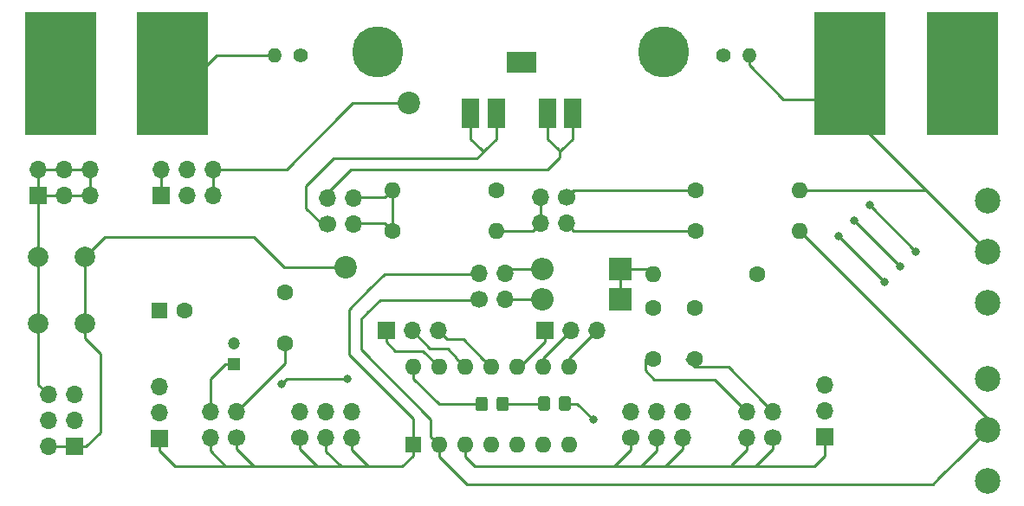
<source format=gbr>
G04 #@! TF.GenerationSoftware,KiCad,Pcbnew,(5.0.0)*
G04 #@! TF.CreationDate,2019-02-22T15:53:22+00:00*
G04 #@! TF.ProjectId,Digisynth,4469676973796E74682E6B696361645F,rev?*
G04 #@! TF.SameCoordinates,Original*
G04 #@! TF.FileFunction,Copper,L1,Top,Signal*
G04 #@! TF.FilePolarity,Positive*
%FSLAX46Y46*%
G04 Gerber Fmt 4.6, Leading zero omitted, Abs format (unit mm)*
G04 Created by KiCad (PCBNEW (5.0.0)) date 02/22/19 15:53:22*
%MOMM*%
%LPD*%
G01*
G04 APERTURE LIST*
G04 #@! TA.AperFunction,ComponentPad*
%ADD10R,1.800000X3.000000*%
G04 #@! TD*
G04 #@! TA.AperFunction,ComponentPad*
%ADD11R,3.000000X2.000000*%
G04 #@! TD*
G04 #@! TA.AperFunction,ComponentPad*
%ADD12C,2.500000*%
G04 #@! TD*
G04 #@! TA.AperFunction,ComponentPad*
%ADD13C,1.600000*%
G04 #@! TD*
G04 #@! TA.AperFunction,ComponentPad*
%ADD14O,1.600000X1.600000*%
G04 #@! TD*
G04 #@! TA.AperFunction,ComponentPad*
%ADD15O,2.200000X2.200000*%
G04 #@! TD*
G04 #@! TA.AperFunction,ComponentPad*
%ADD16R,2.200000X2.200000*%
G04 #@! TD*
G04 #@! TA.AperFunction,Conductor*
%ADD17C,0.100000*%
G04 #@! TD*
G04 #@! TA.AperFunction,SMDPad,CuDef*
%ADD18C,1.150000*%
G04 #@! TD*
G04 #@! TA.AperFunction,ComponentPad*
%ADD19O,1.700000X1.700000*%
G04 #@! TD*
G04 #@! TA.AperFunction,ComponentPad*
%ADD20R,1.700000X1.700000*%
G04 #@! TD*
G04 #@! TA.AperFunction,ComponentPad*
%ADD21C,1.700000*%
G04 #@! TD*
G04 #@! TA.AperFunction,ComponentPad*
%ADD22C,5.000000*%
G04 #@! TD*
G04 #@! TA.AperFunction,ComponentPad*
%ADD23R,1.200000X1.200000*%
G04 #@! TD*
G04 #@! TA.AperFunction,ComponentPad*
%ADD24C,1.200000*%
G04 #@! TD*
G04 #@! TA.AperFunction,ComponentPad*
%ADD25R,1.600000X1.600000*%
G04 #@! TD*
G04 #@! TA.AperFunction,ComponentPad*
%ADD26O,1.400000X1.400000*%
G04 #@! TD*
G04 #@! TA.AperFunction,ComponentPad*
%ADD27C,1.400000*%
G04 #@! TD*
G04 #@! TA.AperFunction,ComponentPad*
%ADD28C,2.000000*%
G04 #@! TD*
G04 #@! TA.AperFunction,ComponentPad*
%ADD29R,7.000000X12.000000*%
G04 #@! TD*
G04 #@! TA.AperFunction,ComponentPad*
%ADD30C,2.200000*%
G04 #@! TD*
G04 #@! TA.AperFunction,ViaPad*
%ADD31C,0.800000*%
G04 #@! TD*
G04 #@! TA.AperFunction,Conductor*
%ADD32C,0.250000*%
G04 #@! TD*
G04 APERTURE END LIST*
D10*
G04 #@! TO.P,J12,R*
G04 #@! TO.N,Net-(J11-Pad2)*
X53500000Y-10000000D03*
X56000000Y-10000000D03*
G04 #@! TO.P,J12,T*
G04 #@! TO.N,Net-(J11-Pad1)*
X48500000Y-10000000D03*
X46000000Y-10000000D03*
D11*
G04 #@! TO.P,J12,S*
G04 #@! TO.N,GND*
X51000000Y-5000000D03*
G04 #@! TD*
D12*
G04 #@! TO.P,RV1,1*
G04 #@! TO.N,Net-(RV1-Pad1)*
X96500000Y-46000000D03*
G04 #@! TO.P,RV1,2*
G04 #@! TO.N,OUT_A*
X96500000Y-41000000D03*
G04 #@! TO.P,RV1,3*
G04 #@! TO.N,Net-(J3-Pad6)*
X96500000Y-36000000D03*
G04 #@! TD*
D13*
G04 #@! TO.P,R8,1*
G04 #@! TO.N,GND*
X48500000Y-17500000D03*
D14*
G04 #@! TO.P,R8,2*
G04 #@! TO.N,Net-(J11-Pad3)*
X38340000Y-17500000D03*
G04 #@! TD*
G04 #@! TO.P,R7,2*
G04 #@! TO.N,Net-(J8-Pad3)*
X48500000Y-21500000D03*
D13*
G04 #@! TO.P,R7,1*
G04 #@! TO.N,Net-(J11-Pad3)*
X38340000Y-21500000D03*
G04 #@! TD*
D14*
G04 #@! TO.P,R2,2*
G04 #@! TO.N,Net-(D1-Pad1)*
X63840000Y-25700000D03*
D13*
G04 #@! TO.P,R2,1*
G04 #@! TO.N,IN_B*
X74000000Y-25700000D03*
G04 #@! TD*
G04 #@! TO.P,R5,1*
G04 #@! TO.N,Net-(J8-Pad1)*
X67990000Y-17500000D03*
D14*
G04 #@! TO.P,R5,2*
G04 #@! TO.N,OUT_B*
X78150000Y-17500000D03*
G04 #@! TD*
D13*
G04 #@! TO.P,R6,1*
G04 #@! TO.N,Net-(J8-Pad2)*
X68000000Y-21500000D03*
D14*
G04 #@! TO.P,R6,2*
G04 #@! TO.N,OUT_A*
X78160000Y-21500000D03*
G04 #@! TD*
D15*
G04 #@! TO.P,D5,2*
G04 #@! TO.N,Net-(D5-Pad2)*
X52980000Y-28200000D03*
D16*
G04 #@! TO.P,D5,1*
G04 #@! TO.N,Net-(D1-Pad1)*
X60600000Y-28200000D03*
G04 #@! TD*
D17*
G04 #@! TO.N,GND*
G04 #@! TO.C,R4*
G36*
X55574505Y-37701204D02*
X55598773Y-37704804D01*
X55622572Y-37710765D01*
X55645671Y-37719030D01*
X55667850Y-37729520D01*
X55688893Y-37742132D01*
X55708599Y-37756747D01*
X55726777Y-37773223D01*
X55743253Y-37791401D01*
X55757868Y-37811107D01*
X55770480Y-37832150D01*
X55780970Y-37854329D01*
X55789235Y-37877428D01*
X55795196Y-37901227D01*
X55798796Y-37925495D01*
X55800000Y-37949999D01*
X55800000Y-38850001D01*
X55798796Y-38874505D01*
X55795196Y-38898773D01*
X55789235Y-38922572D01*
X55780970Y-38945671D01*
X55770480Y-38967850D01*
X55757868Y-38988893D01*
X55743253Y-39008599D01*
X55726777Y-39026777D01*
X55708599Y-39043253D01*
X55688893Y-39057868D01*
X55667850Y-39070480D01*
X55645671Y-39080970D01*
X55622572Y-39089235D01*
X55598773Y-39095196D01*
X55574505Y-39098796D01*
X55550001Y-39100000D01*
X54899999Y-39100000D01*
X54875495Y-39098796D01*
X54851227Y-39095196D01*
X54827428Y-39089235D01*
X54804329Y-39080970D01*
X54782150Y-39070480D01*
X54761107Y-39057868D01*
X54741401Y-39043253D01*
X54723223Y-39026777D01*
X54706747Y-39008599D01*
X54692132Y-38988893D01*
X54679520Y-38967850D01*
X54669030Y-38945671D01*
X54660765Y-38922572D01*
X54654804Y-38898773D01*
X54651204Y-38874505D01*
X54650000Y-38850001D01*
X54650000Y-37949999D01*
X54651204Y-37925495D01*
X54654804Y-37901227D01*
X54660765Y-37877428D01*
X54669030Y-37854329D01*
X54679520Y-37832150D01*
X54692132Y-37811107D01*
X54706747Y-37791401D01*
X54723223Y-37773223D01*
X54741401Y-37756747D01*
X54761107Y-37742132D01*
X54782150Y-37729520D01*
X54804329Y-37719030D01*
X54827428Y-37710765D01*
X54851227Y-37704804D01*
X54875495Y-37701204D01*
X54899999Y-37700000D01*
X55550001Y-37700000D01*
X55574505Y-37701204D01*
X55574505Y-37701204D01*
G37*
D18*
G04 #@! TD*
G04 #@! TO.P,R4,2*
G04 #@! TO.N,GND*
X55225000Y-38400000D03*
D17*
G04 #@! TO.N,Net-(D2-Pad1)*
G04 #@! TO.C,R4*
G36*
X53524505Y-37701204D02*
X53548773Y-37704804D01*
X53572572Y-37710765D01*
X53595671Y-37719030D01*
X53617850Y-37729520D01*
X53638893Y-37742132D01*
X53658599Y-37756747D01*
X53676777Y-37773223D01*
X53693253Y-37791401D01*
X53707868Y-37811107D01*
X53720480Y-37832150D01*
X53730970Y-37854329D01*
X53739235Y-37877428D01*
X53745196Y-37901227D01*
X53748796Y-37925495D01*
X53750000Y-37949999D01*
X53750000Y-38850001D01*
X53748796Y-38874505D01*
X53745196Y-38898773D01*
X53739235Y-38922572D01*
X53730970Y-38945671D01*
X53720480Y-38967850D01*
X53707868Y-38988893D01*
X53693253Y-39008599D01*
X53676777Y-39026777D01*
X53658599Y-39043253D01*
X53638893Y-39057868D01*
X53617850Y-39070480D01*
X53595671Y-39080970D01*
X53572572Y-39089235D01*
X53548773Y-39095196D01*
X53524505Y-39098796D01*
X53500001Y-39100000D01*
X52849999Y-39100000D01*
X52825495Y-39098796D01*
X52801227Y-39095196D01*
X52777428Y-39089235D01*
X52754329Y-39080970D01*
X52732150Y-39070480D01*
X52711107Y-39057868D01*
X52691401Y-39043253D01*
X52673223Y-39026777D01*
X52656747Y-39008599D01*
X52642132Y-38988893D01*
X52629520Y-38967850D01*
X52619030Y-38945671D01*
X52610765Y-38922572D01*
X52604804Y-38898773D01*
X52601204Y-38874505D01*
X52600000Y-38850001D01*
X52600000Y-37949999D01*
X52601204Y-37925495D01*
X52604804Y-37901227D01*
X52610765Y-37877428D01*
X52619030Y-37854329D01*
X52629520Y-37832150D01*
X52642132Y-37811107D01*
X52656747Y-37791401D01*
X52673223Y-37773223D01*
X52691401Y-37756747D01*
X52711107Y-37742132D01*
X52732150Y-37729520D01*
X52754329Y-37719030D01*
X52777428Y-37710765D01*
X52801227Y-37704804D01*
X52825495Y-37701204D01*
X52849999Y-37700000D01*
X53500001Y-37700000D01*
X53524505Y-37701204D01*
X53524505Y-37701204D01*
G37*
D18*
G04 #@! TD*
G04 #@! TO.P,R4,1*
G04 #@! TO.N,Net-(D2-Pad1)*
X53175000Y-38400000D03*
D17*
G04 #@! TO.N,V+*
G04 #@! TO.C,D2*
G36*
X47439505Y-37736204D02*
X47463773Y-37739804D01*
X47487572Y-37745765D01*
X47510671Y-37754030D01*
X47532850Y-37764520D01*
X47553893Y-37777132D01*
X47573599Y-37791747D01*
X47591777Y-37808223D01*
X47608253Y-37826401D01*
X47622868Y-37846107D01*
X47635480Y-37867150D01*
X47645970Y-37889329D01*
X47654235Y-37912428D01*
X47660196Y-37936227D01*
X47663796Y-37960495D01*
X47665000Y-37984999D01*
X47665000Y-38885001D01*
X47663796Y-38909505D01*
X47660196Y-38933773D01*
X47654235Y-38957572D01*
X47645970Y-38980671D01*
X47635480Y-39002850D01*
X47622868Y-39023893D01*
X47608253Y-39043599D01*
X47591777Y-39061777D01*
X47573599Y-39078253D01*
X47553893Y-39092868D01*
X47532850Y-39105480D01*
X47510671Y-39115970D01*
X47487572Y-39124235D01*
X47463773Y-39130196D01*
X47439505Y-39133796D01*
X47415001Y-39135000D01*
X46764999Y-39135000D01*
X46740495Y-39133796D01*
X46716227Y-39130196D01*
X46692428Y-39124235D01*
X46669329Y-39115970D01*
X46647150Y-39105480D01*
X46626107Y-39092868D01*
X46606401Y-39078253D01*
X46588223Y-39061777D01*
X46571747Y-39043599D01*
X46557132Y-39023893D01*
X46544520Y-39002850D01*
X46534030Y-38980671D01*
X46525765Y-38957572D01*
X46519804Y-38933773D01*
X46516204Y-38909505D01*
X46515000Y-38885001D01*
X46515000Y-37984999D01*
X46516204Y-37960495D01*
X46519804Y-37936227D01*
X46525765Y-37912428D01*
X46534030Y-37889329D01*
X46544520Y-37867150D01*
X46557132Y-37846107D01*
X46571747Y-37826401D01*
X46588223Y-37808223D01*
X46606401Y-37791747D01*
X46626107Y-37777132D01*
X46647150Y-37764520D01*
X46669329Y-37754030D01*
X46692428Y-37745765D01*
X46716227Y-37739804D01*
X46740495Y-37736204D01*
X46764999Y-37735000D01*
X47415001Y-37735000D01*
X47439505Y-37736204D01*
X47439505Y-37736204D01*
G37*
D18*
G04 #@! TD*
G04 #@! TO.P,D2,2*
G04 #@! TO.N,V+*
X47090000Y-38435000D03*
D17*
G04 #@! TO.N,Net-(D2-Pad1)*
G04 #@! TO.C,D2*
G36*
X49489505Y-37736204D02*
X49513773Y-37739804D01*
X49537572Y-37745765D01*
X49560671Y-37754030D01*
X49582850Y-37764520D01*
X49603893Y-37777132D01*
X49623599Y-37791747D01*
X49641777Y-37808223D01*
X49658253Y-37826401D01*
X49672868Y-37846107D01*
X49685480Y-37867150D01*
X49695970Y-37889329D01*
X49704235Y-37912428D01*
X49710196Y-37936227D01*
X49713796Y-37960495D01*
X49715000Y-37984999D01*
X49715000Y-38885001D01*
X49713796Y-38909505D01*
X49710196Y-38933773D01*
X49704235Y-38957572D01*
X49695970Y-38980671D01*
X49685480Y-39002850D01*
X49672868Y-39023893D01*
X49658253Y-39043599D01*
X49641777Y-39061777D01*
X49623599Y-39078253D01*
X49603893Y-39092868D01*
X49582850Y-39105480D01*
X49560671Y-39115970D01*
X49537572Y-39124235D01*
X49513773Y-39130196D01*
X49489505Y-39133796D01*
X49465001Y-39135000D01*
X48814999Y-39135000D01*
X48790495Y-39133796D01*
X48766227Y-39130196D01*
X48742428Y-39124235D01*
X48719329Y-39115970D01*
X48697150Y-39105480D01*
X48676107Y-39092868D01*
X48656401Y-39078253D01*
X48638223Y-39061777D01*
X48621747Y-39043599D01*
X48607132Y-39023893D01*
X48594520Y-39002850D01*
X48584030Y-38980671D01*
X48575765Y-38957572D01*
X48569804Y-38933773D01*
X48566204Y-38909505D01*
X48565000Y-38885001D01*
X48565000Y-37984999D01*
X48566204Y-37960495D01*
X48569804Y-37936227D01*
X48575765Y-37912428D01*
X48584030Y-37889329D01*
X48594520Y-37867150D01*
X48607132Y-37846107D01*
X48621747Y-37826401D01*
X48638223Y-37808223D01*
X48656401Y-37791747D01*
X48676107Y-37777132D01*
X48697150Y-37764520D01*
X48719329Y-37754030D01*
X48742428Y-37745765D01*
X48766227Y-37739804D01*
X48790495Y-37736204D01*
X48814999Y-37735000D01*
X49465001Y-37735000D01*
X49489505Y-37736204D01*
X49489505Y-37736204D01*
G37*
D18*
G04 #@! TD*
G04 #@! TO.P,D2,1*
G04 #@! TO.N,Net-(D2-Pad1)*
X49140000Y-38435000D03*
D19*
G04 #@! TO.P,J7,3*
G04 #@! TO.N,GND*
X80590000Y-36535000D03*
G04 #@! TO.P,J7,2*
X80590000Y-39075000D03*
D20*
G04 #@! TO.P,J7,1*
G04 #@! TO.N,IN_B*
X80590000Y-41615000D03*
G04 #@! TD*
D19*
G04 #@! TO.P,J2,3*
G04 #@! TO.N,GND*
X15590000Y-36745000D03*
G04 #@! TO.P,J2,2*
X15590000Y-39285000D03*
D20*
G04 #@! TO.P,J2,1*
G04 #@! TO.N,IN_A*
X15590000Y-41825000D03*
G04 #@! TD*
D21*
G04 #@! TO.P,J3,1*
G04 #@! TO.N,IN_A*
X29340000Y-41735000D03*
D19*
G04 #@! TO.P,J3,4*
G04 #@! TO.N,Net-(J3-Pad4)*
X29340000Y-39195000D03*
G04 #@! TO.P,J3,2*
G04 #@! TO.N,IN_A*
X31880000Y-41735000D03*
G04 #@! TO.P,J3,5*
G04 #@! TO.N,Net-(J3-Pad5)*
X31880000Y-39195000D03*
G04 #@! TO.P,J3,3*
G04 #@! TO.N,IN_A*
X34420000Y-41735000D03*
G04 #@! TO.P,J3,6*
G04 #@! TO.N,Net-(J3-Pad6)*
X34420000Y-39195000D03*
G04 #@! TD*
D21*
G04 #@! TO.P,J6,1*
G04 #@! TO.N,IN_B*
X61640000Y-41735000D03*
D19*
G04 #@! TO.P,J6,4*
G04 #@! TO.N,Net-(J6-Pad4)*
X61640000Y-39195000D03*
G04 #@! TO.P,J6,2*
G04 #@! TO.N,IN_B*
X64180000Y-41735000D03*
G04 #@! TO.P,J6,5*
G04 #@! TO.N,Net-(J6-Pad5)*
X64180000Y-39195000D03*
G04 #@! TO.P,J6,3*
G04 #@! TO.N,IN_B*
X66720000Y-41735000D03*
G04 #@! TO.P,J6,6*
G04 #@! TO.N,Net-(J6-Pad6)*
X66720000Y-39195000D03*
G04 #@! TD*
D20*
G04 #@! TO.P,J9,1*
G04 #@! TO.N,GND*
X15750000Y-18000000D03*
D19*
G04 #@! TO.P,J9,2*
X15750000Y-15460000D03*
G04 #@! TO.P,J9,3*
X18290000Y-18000000D03*
G04 #@! TO.P,J9,4*
X18290000Y-15460000D03*
G04 #@! TO.P,J9,5*
X20830000Y-18000000D03*
G04 #@! TO.P,J9,6*
X20830000Y-15460000D03*
G04 #@! TD*
D20*
G04 #@! TO.P,J10,1*
G04 #@! TO.N,V+*
X3750000Y-18000000D03*
D19*
G04 #@! TO.P,J10,2*
X3750000Y-15460000D03*
G04 #@! TO.P,J10,3*
X6290000Y-18000000D03*
G04 #@! TO.P,J10,4*
X6290000Y-15460000D03*
G04 #@! TO.P,J10,5*
X8830000Y-18000000D03*
G04 #@! TO.P,J10,6*
X8830000Y-15460000D03*
G04 #@! TD*
G04 #@! TO.P,J11,4*
G04 #@! TO.N,Net-(J11-Pad3)*
X34540000Y-18260000D03*
G04 #@! TO.P,J11,3*
X34540000Y-20800000D03*
G04 #@! TO.P,J11,2*
G04 #@! TO.N,Net-(J11-Pad2)*
X32000000Y-18260000D03*
D21*
G04 #@! TO.P,J11,1*
G04 #@! TO.N,Net-(J11-Pad1)*
X32000000Y-20800000D03*
G04 #@! TD*
D19*
G04 #@! TO.P,J1,4*
G04 #@! TO.N,Net-(C1-Pad1)*
X20550000Y-39195000D03*
G04 #@! TO.P,J1,3*
G04 #@! TO.N,Net-(C2-Pad1)*
X23090000Y-39195000D03*
G04 #@! TO.P,J1,2*
G04 #@! TO.N,IN_A*
X20550000Y-41735000D03*
D21*
G04 #@! TO.P,J1,1*
X23090000Y-41735000D03*
G04 #@! TD*
D19*
G04 #@! TO.P,J8,4*
G04 #@! TO.N,Net-(J8-Pad3)*
X52840000Y-20785000D03*
G04 #@! TO.P,J8,3*
X52840000Y-18245000D03*
G04 #@! TO.P,J8,2*
G04 #@! TO.N,Net-(J8-Pad2)*
X55380000Y-20785000D03*
D21*
G04 #@! TO.P,J8,1*
G04 #@! TO.N,Net-(J8-Pad1)*
X55380000Y-18245000D03*
G04 #@! TD*
D19*
G04 #@! TO.P,J4,4*
G04 #@! TO.N,Net-(D1-Pad2)*
X49340000Y-25660000D03*
G04 #@! TO.P,J4,3*
G04 #@! TO.N,Net-(D5-Pad2)*
X49340000Y-28200000D03*
G04 #@! TO.P,J4,2*
G04 #@! TO.N,IN_A*
X46800000Y-25660000D03*
D21*
G04 #@! TO.P,J4,1*
G04 #@! TO.N,OUT_A*
X46800000Y-28200000D03*
G04 #@! TD*
D19*
G04 #@! TO.P,J5,4*
G04 #@! TO.N,Net-(C3-Pad1)*
X73000000Y-39195000D03*
G04 #@! TO.P,J5,3*
G04 #@! TO.N,Net-(C4-Pad1)*
X75540000Y-39195000D03*
G04 #@! TO.P,J5,2*
G04 #@! TO.N,IN_B*
X73000000Y-41735000D03*
D21*
G04 #@! TO.P,J5,1*
X75540000Y-41735000D03*
G04 #@! TD*
D22*
G04 #@! TO.P,BT1,0*
G04 #@! TO.N,N/C*
X64912501Y-4000000D03*
X36912501Y-4000000D03*
G04 #@! TD*
D16*
G04 #@! TO.P,D1,1*
G04 #@! TO.N,Net-(D1-Pad1)*
X60600000Y-25200000D03*
D15*
G04 #@! TO.P,D1,2*
G04 #@! TO.N,Net-(D1-Pad2)*
X52980000Y-25200000D03*
G04 #@! TD*
D19*
G04 #@! TO.P,SW2,3*
G04 #@! TO.N,V+*
X4760000Y-37520000D03*
X7300000Y-37520000D03*
G04 #@! TO.P,SW2,2*
X4760000Y-40060000D03*
X7300000Y-40060000D03*
G04 #@! TO.P,SW2,1*
G04 #@! TO.N,Net-(J13-Pad1)*
X4760000Y-42600000D03*
D20*
X7300000Y-42600000D03*
G04 #@! TD*
D12*
G04 #@! TO.P,RV2,1*
G04 #@! TO.N,Net-(RV2-Pad1)*
X96500000Y-28500000D03*
G04 #@! TO.P,RV2,2*
G04 #@! TO.N,OUT_B*
X96500000Y-23500000D03*
G04 #@! TO.P,RV2,3*
G04 #@! TO.N,Net-(J6-Pad6)*
X96500000Y-18500000D03*
G04 #@! TD*
D23*
G04 #@! TO.P,C1,1*
G04 #@! TO.N,Net-(C1-Pad1)*
X22840000Y-34535000D03*
D24*
G04 #@! TO.P,C1,2*
G04 #@! TO.N,GND*
X22840000Y-32535000D03*
G04 #@! TD*
D13*
G04 #@! TO.P,C2,1*
G04 #@! TO.N,Net-(C2-Pad1)*
X27840000Y-32535000D03*
G04 #@! TO.P,C2,2*
G04 #@! TO.N,GND*
X27840000Y-27535000D03*
G04 #@! TD*
G04 #@! TO.P,C3,2*
G04 #@! TO.N,GND*
X63890000Y-29035000D03*
G04 #@! TO.P,C3,1*
G04 #@! TO.N,Net-(C3-Pad1)*
X63890000Y-34035000D03*
G04 #@! TD*
G04 #@! TO.P,C4,1*
G04 #@! TO.N,Net-(C4-Pad1)*
X67890000Y-34035000D03*
G04 #@! TO.P,C4,2*
G04 #@! TO.N,GND*
X67890000Y-29035000D03*
G04 #@! TD*
D25*
G04 #@! TO.P,C5,1*
G04 #@! TO.N,V+*
X15590000Y-29285000D03*
D13*
G04 #@! TO.P,C5,2*
G04 #@! TO.N,GND*
X18090000Y-29285000D03*
G04 #@! TD*
D26*
G04 #@! TO.P,R1,2*
G04 #@! TO.N,OUT_A*
X26860000Y-4300000D03*
D27*
G04 #@! TO.P,R1,1*
G04 #@! TO.N,Net-(J3-Pad5)*
X29400000Y-4300000D03*
G04 #@! TD*
G04 #@! TO.P,R3,1*
G04 #@! TO.N,Net-(J6-Pad4)*
X70700000Y-4300000D03*
D26*
G04 #@! TO.P,R3,2*
G04 #@! TO.N,OUT_B*
X73240000Y-4300000D03*
G04 #@! TD*
D28*
G04 #@! TO.P,SW1,2*
G04 #@! TO.N,Net-(J13-Pad1)*
X8275000Y-30585000D03*
G04 #@! TO.P,SW1,1*
G04 #@! TO.N,V+*
X3775000Y-30585000D03*
G04 #@! TO.P,SW1,2*
G04 #@! TO.N,Net-(J13-Pad1)*
X8275000Y-24085000D03*
G04 #@! TO.P,SW1,1*
G04 #@! TO.N,V+*
X3775000Y-24085000D03*
G04 #@! TD*
D29*
G04 #@! TO.P,TP1,2*
G04 #@! TO.N,Net-(J3-Pad4)*
X5900000Y-6100000D03*
G04 #@! TO.P,TP1,1*
G04 #@! TO.N,OUT_A*
X16900000Y-6100000D03*
G04 #@! TD*
G04 #@! TO.P,TP2,1*
G04 #@! TO.N,Net-(J6-Pad5)*
X94100000Y-6100000D03*
G04 #@! TO.P,TP2,2*
G04 #@! TO.N,OUT_B*
X83100000Y-6100000D03*
G04 #@! TD*
D25*
G04 #@! TO.P,U1,1*
G04 #@! TO.N,IN_A*
X40390000Y-42435000D03*
D14*
G04 #@! TO.P,U1,8*
G04 #@! TO.N,/40106/8Dout*
X55630000Y-34815000D03*
G04 #@! TO.P,U1,2*
G04 #@! TO.N,OUT_A*
X42930000Y-42435000D03*
G04 #@! TO.P,U1,9*
G04 #@! TO.N,/40106/9Din*
X53090000Y-34815000D03*
G04 #@! TO.P,U1,3*
G04 #@! TO.N,IN_B*
X45470000Y-42435000D03*
G04 #@! TO.P,U1,10*
G04 #@! TO.N,/40106/10Eout*
X50550000Y-34815000D03*
G04 #@! TO.P,U1,4*
G04 #@! TO.N,OUT_B*
X48010000Y-42435000D03*
G04 #@! TO.P,U1,11*
G04 #@! TO.N,/40106/11Ein*
X48010000Y-34815000D03*
G04 #@! TO.P,U1,5*
G04 #@! TO.N,/40106/5Cin*
X50550000Y-42435000D03*
G04 #@! TO.P,U1,12*
G04 #@! TO.N,/40106/12Fout*
X45470000Y-34815000D03*
G04 #@! TO.P,U1,6*
G04 #@! TO.N,/40106/6Cout*
X53090000Y-42435000D03*
G04 #@! TO.P,U1,13*
G04 #@! TO.N,/40106/13Fin*
X42930000Y-34815000D03*
G04 #@! TO.P,U1,7*
G04 #@! TO.N,GND*
X55630000Y-42435000D03*
G04 #@! TO.P,U1,14*
G04 #@! TO.N,V+*
X40390000Y-34815000D03*
G04 #@! TD*
D30*
G04 #@! TO.P,J13,1*
G04 #@! TO.N,Net-(J13-Pad1)*
X33800000Y-25100000D03*
G04 #@! TD*
G04 #@! TO.P,J14,1*
G04 #@! TO.N,GND*
X40000000Y-9000000D03*
G04 #@! TD*
D20*
G04 #@! TO.P,J15,1*
G04 #@! TO.N,/40106/13Fin*
X37750000Y-31250000D03*
D19*
G04 #@! TO.P,J15,2*
G04 #@! TO.N,/40106/12Fout*
X40290000Y-31250000D03*
G04 #@! TO.P,J15,3*
G04 #@! TO.N,/40106/11Ein*
X42830000Y-31250000D03*
G04 #@! TD*
G04 #@! TO.P,J16,3*
G04 #@! TO.N,/40106/8Dout*
X58330000Y-31250000D03*
G04 #@! TO.P,J16,2*
G04 #@! TO.N,/40106/9Din*
X55790000Y-31250000D03*
D20*
G04 #@! TO.P,J16,1*
G04 #@! TO.N,/40106/10Eout*
X53250000Y-31250000D03*
G04 #@! TD*
D31*
G04 #@! TO.N,GND*
X83500000Y-20500000D03*
X85000000Y-19000000D03*
X82000000Y-22000000D03*
X86500000Y-26500000D03*
X88000000Y-25000000D03*
X89500000Y-23500000D03*
X58000000Y-40000000D03*
G04 #@! TO.N,V+*
X27500000Y-36500000D03*
X34000000Y-36000000D03*
G04 #@! TD*
D32*
G04 #@! TO.N,GND*
X20830000Y-18000000D02*
X20830000Y-15460000D01*
X15750000Y-18000000D02*
X15750000Y-15460000D01*
X20830000Y-15460000D02*
X28040000Y-15460000D01*
X34500000Y-9000000D02*
X33500000Y-10000000D01*
X40000000Y-9000000D02*
X34500000Y-9000000D01*
X28040000Y-15460000D02*
X33500000Y-10000000D01*
X33500000Y-10000000D02*
X33800000Y-9700000D01*
X82000000Y-22000000D02*
X86500000Y-26500000D01*
X83500000Y-20500000D02*
X88000000Y-25000000D01*
X85000000Y-19000000D02*
X89500000Y-23500000D01*
X55225000Y-38400000D02*
X56400000Y-38400000D01*
X56400000Y-38400000D02*
X58000000Y-40000000D01*
G04 #@! TO.N,Net-(C1-Pad1)*
X21990000Y-34535000D02*
X22840000Y-34535000D01*
X20550000Y-35975000D02*
X21990000Y-34535000D01*
X20550000Y-39195000D02*
X20550000Y-35975000D01*
G04 #@! TO.N,Net-(C2-Pad1)*
X27840000Y-34445000D02*
X27840000Y-32535000D01*
X23090000Y-39195000D02*
X27840000Y-34445000D01*
G04 #@! TO.N,Net-(C3-Pad1)*
X63090000Y-35166370D02*
X63958630Y-36035000D01*
X63090000Y-34035000D02*
X63090000Y-35166370D01*
X69840000Y-36035000D02*
X73000000Y-39195000D01*
X63958630Y-36035000D02*
X69840000Y-36035000D01*
G04 #@! TO.N,Net-(C4-Pad1)*
X74690001Y-38345001D02*
X75540000Y-39195000D01*
X71179999Y-34834999D02*
X74690001Y-38345001D01*
X67889999Y-34834999D02*
X71179999Y-34834999D01*
X67090000Y-34035000D02*
X67889999Y-34834999D01*
G04 #@! TO.N,IN_B*
X45470000Y-43566370D02*
X45470000Y-42435000D01*
X46438630Y-44535000D02*
X45470000Y-43566370D01*
X64180000Y-42995000D02*
X62640000Y-44535000D01*
X64180000Y-41735000D02*
X64180000Y-42995000D01*
X60440000Y-44535000D02*
X62640000Y-44535000D01*
X66720000Y-41735000D02*
X66720000Y-42815000D01*
X65000000Y-44535000D02*
X62640000Y-44535000D01*
X66720000Y-42815000D02*
X65000000Y-44535000D01*
X60040000Y-44535000D02*
X46438630Y-44535000D01*
X60440000Y-44535000D02*
X60040000Y-44535000D01*
X61640000Y-42935000D02*
X61640000Y-41735000D01*
X60040000Y-44535000D02*
X61640000Y-42935000D01*
X75540000Y-41735000D02*
X75540000Y-42835000D01*
X70440000Y-44535000D02*
X73840000Y-44535000D01*
X75540000Y-42835000D02*
X73840000Y-44535000D01*
X65000000Y-44535000D02*
X70040000Y-44535000D01*
X70040000Y-44535000D02*
X70240000Y-44535000D01*
X70240000Y-44535000D02*
X70440000Y-44535000D01*
X73000000Y-41735000D02*
X73000000Y-42895000D01*
X71440000Y-44455000D02*
X71440000Y-44535000D01*
X73000000Y-42895000D02*
X71440000Y-44455000D01*
X73840000Y-44535000D02*
X71440000Y-44535000D01*
X71440000Y-44535000D02*
X70040000Y-44535000D01*
X80590000Y-43535000D02*
X79590000Y-44535000D01*
X80590000Y-41615000D02*
X80590000Y-43535000D01*
X73840000Y-44535000D02*
X79590000Y-44535000D01*
G04 #@! TO.N,Net-(D1-Pad2)*
X52880000Y-25700000D02*
X52980000Y-25800000D01*
X52520000Y-25660000D02*
X52980000Y-25200000D01*
X49800000Y-25200000D02*
X49340000Y-25660000D01*
X52980000Y-25200000D02*
X49800000Y-25200000D01*
G04 #@! TO.N,Net-(D2-Pad1)*
X53140000Y-38435000D02*
X53175000Y-38400000D01*
X49140000Y-38435000D02*
X53140000Y-38435000D01*
G04 #@! TO.N,IN_A*
X40390000Y-43485000D02*
X40390000Y-42435000D01*
X29340000Y-41735000D02*
X29340000Y-42835000D01*
X29340000Y-42835000D02*
X31040000Y-44535000D01*
X31040000Y-44535000D02*
X33340000Y-44535000D01*
X31880000Y-43075000D02*
X33340000Y-44535000D01*
X31880000Y-41735000D02*
X31880000Y-43075000D01*
X36017919Y-44535000D02*
X36090000Y-44535000D01*
X34420000Y-42937081D02*
X36017919Y-44535000D01*
X34420000Y-41735000D02*
X34420000Y-42937081D01*
X36090000Y-44535000D02*
X39340000Y-44535000D01*
X24790000Y-44535000D02*
X26090000Y-44535000D01*
X23090000Y-42835000D02*
X24790000Y-44535000D01*
X23090000Y-41735000D02*
X23090000Y-42835000D01*
X39340000Y-44535000D02*
X40390000Y-43485000D01*
X33340000Y-44535000D02*
X36090000Y-44535000D01*
X20550000Y-43045000D02*
X20550000Y-41735000D01*
X26090000Y-44535000D02*
X22040000Y-44535000D01*
X22040000Y-44535000D02*
X20550000Y-43045000D01*
X22040000Y-44535000D02*
X17090000Y-44535000D01*
X15590000Y-43035000D02*
X15590000Y-41825000D01*
X17090000Y-44535000D02*
X15590000Y-43035000D01*
X27100000Y-44535000D02*
X26090000Y-44535000D01*
X31040000Y-44535000D02*
X27100000Y-44535000D01*
X34100000Y-33600000D02*
X34100000Y-29200000D01*
X40390000Y-42435000D02*
X40390000Y-39890000D01*
X40390000Y-39890000D02*
X34100000Y-33600000D01*
X37600000Y-25700000D02*
X36100000Y-27200000D01*
X46760000Y-25700000D02*
X37600000Y-25700000D01*
X34100000Y-29200000D02*
X36100000Y-27200000D01*
G04 #@! TO.N,OUT_A*
X42130001Y-41635001D02*
X42130001Y-39930001D01*
X42930000Y-42435000D02*
X42130001Y-41635001D01*
X42130001Y-39930001D02*
X35300000Y-33100000D01*
X35300000Y-33100000D02*
X35300000Y-30100000D01*
X37160000Y-28240000D02*
X35900000Y-29500000D01*
X46760000Y-28240000D02*
X37160000Y-28240000D01*
X35300000Y-30100000D02*
X35900000Y-29500000D01*
X95250001Y-42249999D02*
X96500000Y-41000000D01*
X45663630Y-46300000D02*
X91200000Y-46300000D01*
X42930000Y-42435000D02*
X42930000Y-43566370D01*
X42930000Y-43566370D02*
X45663630Y-46300000D01*
X93750000Y-43750000D02*
X95250001Y-42249999D01*
X92250000Y-45250000D02*
X93750000Y-43750000D01*
X91750000Y-45750000D02*
X92250000Y-45250000D01*
X91200000Y-46300000D02*
X91750000Y-45750000D01*
X96500000Y-39840000D02*
X96500000Y-41000000D01*
X92300000Y-45200000D02*
X92250000Y-45250000D01*
X92300000Y-35640000D02*
X96500000Y-39840000D01*
X78160000Y-21500000D02*
X92300000Y-35640000D01*
X21200000Y-4300000D02*
X16900000Y-8600000D01*
X26860000Y-4300000D02*
X21200000Y-4300000D01*
G04 #@! TO.N,Net-(J8-Pad3)*
X52125000Y-21500000D02*
X52840000Y-20785000D01*
X48500000Y-21500000D02*
X52125000Y-21500000D01*
X52840000Y-19582919D02*
X52840000Y-18245000D01*
X52840000Y-20785000D02*
X52840000Y-19582919D01*
G04 #@! TO.N,Net-(J8-Pad2)*
X59590000Y-21500000D02*
X56095000Y-21500000D01*
X56095000Y-21500000D02*
X55380000Y-20785000D01*
X68000000Y-21500000D02*
X56095000Y-21500000D01*
G04 #@! TO.N,Net-(J8-Pad1)*
X56090000Y-17535000D02*
X55380000Y-18245000D01*
X59590000Y-17535000D02*
X56090000Y-17535000D01*
X56125000Y-17500000D02*
X55380000Y-18245000D01*
X67990000Y-17500000D02*
X56125000Y-17500000D01*
G04 #@! TO.N,V+*
X3750000Y-15460000D02*
X6290000Y-15460000D01*
X7492081Y-15460000D02*
X8830000Y-15460000D01*
X6290000Y-15460000D02*
X7492081Y-15460000D01*
X8830000Y-16662081D02*
X8830000Y-18000000D01*
X8830000Y-15460000D02*
X8830000Y-16662081D01*
X7492081Y-18000000D02*
X8830000Y-18000000D01*
X6290000Y-18000000D02*
X7492081Y-18000000D01*
X5087919Y-18000000D02*
X3750000Y-18000000D01*
X6290000Y-18000000D02*
X5087919Y-18000000D01*
X3750000Y-16662081D02*
X3750000Y-18000000D01*
X3750000Y-15460000D02*
X3750000Y-16662081D01*
X3750000Y-23625000D02*
X3590000Y-23785000D01*
X3750000Y-18000000D02*
X3750000Y-23625000D01*
X3775000Y-36535000D02*
X4760000Y-37520000D01*
X3775000Y-30585000D02*
X3775000Y-36535000D01*
X3775000Y-25499213D02*
X3775000Y-30585000D01*
X3775000Y-24085000D02*
X3775000Y-25499213D01*
X40390000Y-35946370D02*
X40390000Y-34815000D01*
X42900000Y-38456370D02*
X40390000Y-35946370D01*
X42921370Y-38435000D02*
X42900000Y-38456370D01*
X47090000Y-38435000D02*
X42921370Y-38435000D01*
X27500000Y-36500000D02*
X28000000Y-36000000D01*
X28000000Y-36000000D02*
X34000000Y-36000000D01*
G04 #@! TO.N,Net-(J11-Pad1)*
X47500000Y-13500000D02*
X48500000Y-12500000D01*
X48500000Y-12500000D02*
X48500000Y-10500000D01*
X46000000Y-12500000D02*
X47000000Y-13500000D01*
X46000000Y-10500000D02*
X46000000Y-12500000D01*
X47500000Y-13500000D02*
X47250000Y-13750000D01*
X47250000Y-13750000D02*
X47000000Y-13500000D01*
X47250000Y-13770000D02*
X47250000Y-13750000D01*
X31590000Y-20785000D02*
X31385000Y-20785000D01*
X29900000Y-19300000D02*
X29900000Y-17100000D01*
X29900000Y-17100000D02*
X32600000Y-14400000D01*
X31385000Y-20785000D02*
X29900000Y-19300000D01*
X32600000Y-14400000D02*
X46620000Y-14400000D01*
X46620000Y-14400000D02*
X47250000Y-13770000D01*
G04 #@! TO.N,Net-(J11-Pad3)*
X37595000Y-18245000D02*
X38340000Y-17500000D01*
X34130000Y-18245000D02*
X37595000Y-18245000D01*
X37625000Y-20785000D02*
X38340000Y-21500000D01*
X34130000Y-20785000D02*
X37625000Y-20785000D01*
X38340000Y-17500000D02*
X38340000Y-21500000D01*
G04 #@! TO.N,OUT_B*
X83100000Y-10100000D02*
X96500000Y-23500000D01*
X83100000Y-8700000D02*
X83100000Y-10100000D01*
X94500000Y-21500000D02*
X96500000Y-23500000D01*
X90500000Y-17500000D02*
X96500000Y-23500000D01*
X78150000Y-17500000D02*
X90500000Y-17500000D01*
X76550051Y-8600000D02*
X83100000Y-8600000D01*
X73240000Y-5289949D02*
X76550051Y-8600000D01*
X73240000Y-4300000D02*
X73240000Y-5289949D01*
G04 #@! TO.N,/40106/8Dout*
X55630000Y-33950000D02*
X55630000Y-34815000D01*
X58330000Y-31250000D02*
X55630000Y-33950000D01*
G04 #@! TO.N,/40106/9Din*
X53090000Y-33950000D02*
X53090000Y-34815000D01*
X55790000Y-31250000D02*
X53090000Y-33950000D01*
G04 #@! TO.N,/40106/10Eout*
X50785000Y-34815000D02*
X50550000Y-34815000D01*
X53250000Y-32350000D02*
X50785000Y-34815000D01*
X53250000Y-31250000D02*
X53250000Y-32350000D01*
G04 #@! TO.N,/40106/11Ein*
X47210001Y-34015001D02*
X48010000Y-34815000D01*
X45294999Y-32099999D02*
X47210001Y-34015001D01*
X43679999Y-32099999D02*
X45294999Y-32099999D01*
X42830000Y-31250000D02*
X43679999Y-32099999D01*
G04 #@! TO.N,/40106/12Fout*
X44670001Y-34015001D02*
X45470000Y-34815000D01*
X44670001Y-33920001D02*
X44670001Y-34015001D01*
X43750000Y-33000000D02*
X44670001Y-33920001D01*
X40290000Y-31250000D02*
X42040000Y-33000000D01*
X42040000Y-33000000D02*
X43750000Y-33000000D01*
G04 #@! TO.N,/40106/13Fin*
X37750000Y-32350000D02*
X38650000Y-33250000D01*
X37750000Y-31250000D02*
X37750000Y-32350000D01*
X41365000Y-33250000D02*
X42930000Y-34815000D01*
X38650000Y-33250000D02*
X41365000Y-33250000D01*
G04 #@! TO.N,Net-(J13-Pad1)*
X33800000Y-25100000D02*
X27800000Y-25100000D01*
X27800000Y-25100000D02*
X24800000Y-22100000D01*
X10260000Y-22100000D02*
X8275000Y-24085000D01*
X24800000Y-22100000D02*
X10260000Y-22100000D01*
X8275000Y-24085000D02*
X8275000Y-30585000D01*
X8275000Y-31999213D02*
X9800000Y-33524213D01*
X8275000Y-30585000D02*
X8275000Y-31999213D01*
X8400000Y-42600000D02*
X7300000Y-42600000D01*
X9800000Y-41200000D02*
X8400000Y-42600000D01*
X9800000Y-33524213D02*
X9800000Y-41200000D01*
X5962081Y-42600000D02*
X7300000Y-42600000D01*
X4760000Y-42600000D02*
X5962081Y-42600000D01*
G04 #@! TO.N,Net-(D1-Pad1)*
X63740000Y-25800000D02*
X63840000Y-25700000D01*
X61100000Y-25700000D02*
X60600000Y-25200000D01*
X60600000Y-26850000D02*
X60600000Y-25200000D01*
X60600000Y-28200000D02*
X60600000Y-26850000D01*
X63340000Y-25200000D02*
X63840000Y-25700000D01*
X60600000Y-25200000D02*
X63340000Y-25200000D01*
G04 #@! TO.N,Net-(J11-Pad2)*
X56000000Y-12500000D02*
X56000000Y-10500000D01*
X55000000Y-13500000D02*
X56000000Y-12500000D01*
X53500000Y-10500000D02*
X53500000Y-12500000D01*
X53500000Y-12500000D02*
X54500000Y-13500000D01*
X55000000Y-13500000D02*
X54750000Y-13750000D01*
X54750000Y-13750000D02*
X54500000Y-13500000D01*
X54750000Y-14300000D02*
X54750000Y-13750000D01*
X53550000Y-15500000D02*
X54750000Y-14300000D01*
X31590000Y-18245000D02*
X34335000Y-15500000D01*
X34335000Y-15500000D02*
X53550000Y-15500000D01*
G04 #@! TO.N,Net-(D5-Pad2)*
X49340000Y-28200000D02*
X52980000Y-28200000D01*
G04 #@! TD*
M02*

</source>
